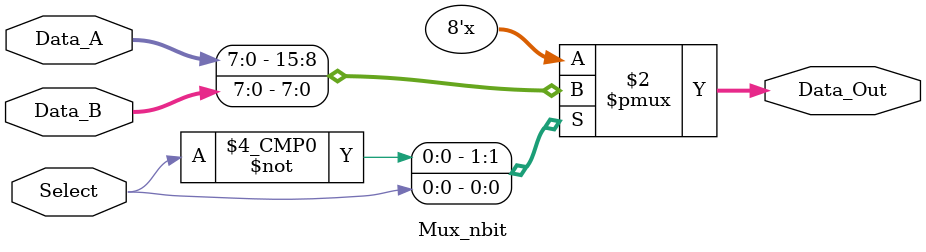
<source format=v>
`timescale 1ns / 1ps


module Mux_nbit#(parameter DATA_WIDHT =8) (
    input [DATA_WIDHT-1:0] Data_A,
    input [DATA_WIDHT-1:0] Data_B,
    input Select,
    output reg [DATA_WIDHT-1:0] Data_Out
    );
    always @(Select or Data_A or Data_B) begin
        case(Select)
            1'd0: Data_Out <= Data_A;
            1'd1: Data_Out <= Data_B;
        endcase 
    end
endmodule

</source>
